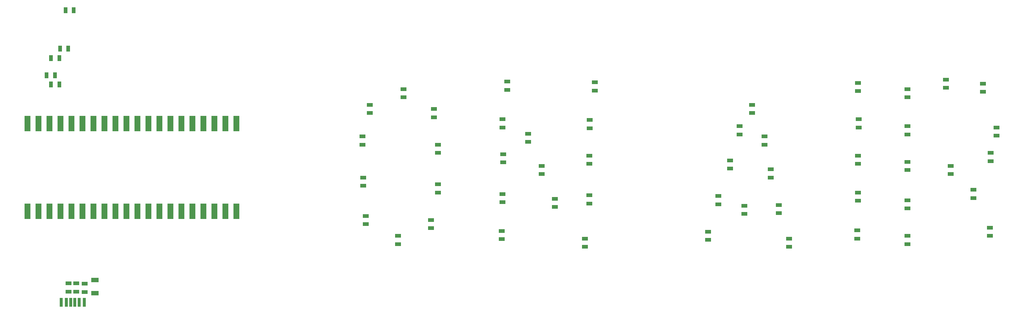
<source format=gbr>
G04 GENERATED BY PULSONIX 12.5 GERBER.DLL 9449*
G04 #@! TF.GenerationSoftware,Pulsonix,Pulsonix,12.5.9449*
G04 #@! TF.CreationDate,2024-11-25T21:04:47--1:00*
G04 #@! TF.Part,Single*
%FSLAX35Y35*%
%LPD*%
%MOMM*%
G04 #@! TF.FileFunction,Paste,Bot*
G04 #@! TF.FilePolarity,Positive*
G04 #@! TA.AperFunction,SMDPad,CuDef*
%ADD76R,1.40000X0.90000*%
%ADD78R,0.90000X1.40000*%
%ADD80R,1.40000X3.60000*%
%ADD81R,0.70000X2.00000*%
%ADD82R,1.80000X1.00000*%
G04 #@! TD.AperFunction*
X0Y0D02*
D02*
D76*
X2424438Y1698188D03*
Y1888688D03*
X2599063Y1698188D03*
Y1888688D03*
X2797500Y1690250D03*
Y1880750D03*
X9211000Y5103375D03*
Y5293875D03*
X9226875Y4150875D03*
Y4341375D03*
X9290375Y3261875D03*
Y3452375D03*
X9385625Y5833625D03*
Y6024125D03*
X10036500Y2801500D03*
Y2992000D03*
X10163500Y6198750D03*
Y6389250D03*
X10798500Y3166625D03*
Y3357125D03*
X10862000Y5738375D03*
Y5928875D03*
X10957250Y3992125D03*
Y4182625D03*
Y4912875D03*
Y5103375D03*
X12433625Y2912625D03*
Y3103125D03*
X12449500Y3769875D03*
Y3960375D03*
Y5500250D03*
Y5690750D03*
X12465375Y4690625D03*
Y4881125D03*
X12560625Y6373375D03*
Y6563875D03*
X13036875Y5166875D03*
Y5357375D03*
X13354375Y4420750D03*
Y4611250D03*
X13656000Y3658750D03*
Y3849250D03*
X14354500Y2738000D03*
Y2928500D03*
X14449750Y3738125D03*
Y3928625D03*
Y4658875D03*
Y4849375D03*
X14465625Y5484375D03*
Y5674875D03*
X14576750Y6357500D03*
Y6548000D03*
X17196125Y2896750D03*
Y3087250D03*
X17434250Y3722250D03*
Y3912750D03*
X17704125Y4547750D03*
Y4738250D03*
X17926375Y5341500D03*
Y5532000D03*
X18037500Y3500000D03*
Y3690500D03*
X18212125Y5833625D03*
Y6024125D03*
X18497875Y5103375D03*
Y5293875D03*
X18640750Y4341375D03*
Y4531875D03*
X18831250Y3515875D03*
Y3706375D03*
X19069375Y2738000D03*
Y2928500D03*
X20641000D03*
Y3119000D03*
X20656875Y3801625D03*
Y3992125D03*
Y4658875D03*
Y4849375D03*
Y6341625D03*
Y6532125D03*
X20672750Y5500250D03*
Y5690750D03*
X21799875Y2801500D03*
Y2992000D03*
Y3627000D03*
Y3817500D03*
Y4516000D03*
Y4706500D03*
Y5341500D03*
Y5532000D03*
Y6198750D03*
Y6389250D03*
X22688875Y6421000D03*
Y6611500D03*
X22800000Y4420750D03*
Y4611250D03*
X23323875Y3865125D03*
Y4055625D03*
X23546125Y6325750D03*
Y6516250D03*
X23704875Y2992000D03*
Y3182500D03*
X23720750Y4722375D03*
Y4912875D03*
X23863625Y5309750D03*
Y5500250D03*
D02*
D78*
X1916438Y6706750D03*
X2019625Y6500375D03*
Y7103625D03*
X2106938Y6706750D03*
X2210125Y6500375D03*
Y7103625D03*
X2226000Y7325875D03*
X2353000Y8214875D03*
X2416500Y7325875D03*
X2543500Y8214875D03*
D02*
D80*
X1471938Y3563500D03*
Y5595500D03*
X1725938Y3563500D03*
Y5595500D03*
X1979938Y3563500D03*
Y5595500D03*
X2233938Y3563500D03*
Y5595500D03*
X2487938Y3563500D03*
Y5595500D03*
X2741938Y3563500D03*
Y5595500D03*
X2995938Y3563500D03*
Y5595500D03*
X3249938Y3563500D03*
Y5595500D03*
X3503938Y3563500D03*
Y5595500D03*
X3757938Y3563500D03*
Y5595500D03*
X4011938Y3563500D03*
Y5595500D03*
X4265938Y3563500D03*
Y5595500D03*
X4519938Y3563500D03*
Y5595500D03*
X4773938Y3563500D03*
Y5595500D03*
X5027938Y3563500D03*
Y5595500D03*
X5281938Y3563500D03*
Y5595500D03*
X5535938Y3563500D03*
Y5595500D03*
X5789938Y3563500D03*
Y5595500D03*
X6043938Y3563500D03*
Y5595500D03*
X6297938Y3563500D03*
Y5595500D03*
D02*
D81*
X2249688Y1454188D03*
X2369688D03*
X2469688D03*
X2569688D03*
X2669688D03*
X2789688D03*
D02*
D82*
X3027688Y1667250D03*
Y1967250D03*
X0Y0D02*
M02*

</source>
